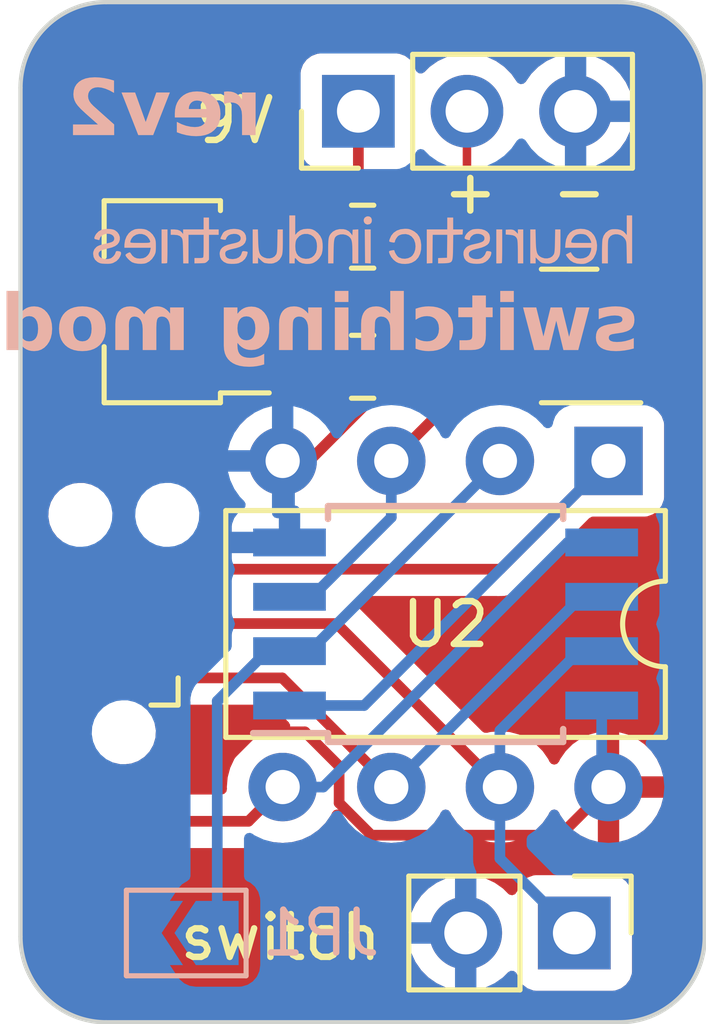
<source format=kicad_pcb>
(kicad_pcb (version 20221018) (generator pcbnew)
  (title_block (title "Switch Mod") (date "2023-07-05") (rev "1") (company "Heuristic Industries"))
  (layers (0 "F.Cu" signal) (31 "B.Cu" signal) (34 "B.Paste" user) (35 "F.Paste" user) (36 "B.SilkS" user "B.Silkscreen") (37 "F.SilkS" user "F.Silkscreen") (38 "B.Mask" user) (39 "F.Mask" user) (44 "Edge.Cuts" user))
  (net 0 "")
  (net 1 "+9V")
  (net 2 "GND")
  (net 3 "+5V")
  (net 4 "/miso")
  (net 5 "/sck")
  (net 6 "/mosi")
  (net 7 "/rst")
  (net 8 "/bypass")
  (net 9 "Net-(J3-Pin_2)")
  (net 10 "Net-(JP1-A)")
  (footprint "Connector_PinHeader_2.54mm:PinHeader_1x03_P2.54mm_Vertical" (layer "F.Cu") (at 147.15 90 90)
    (fp_text reference "J3" hide)
    (fp_text value "io_conn" hide)
    (fp_line (start -1.33 -1.33) (end 0 -1.33) (stroke (width 0.12)) (layer "F.SilkS"))
    (fp_line (start -1.33 0) (end -1.33 -1.33) (stroke (width 0.12)) (layer "F.SilkS"))
    (fp_line (start -1.33 1.27) (end -1.33 6.41) (stroke (width 0.12)) (layer "F.SilkS"))
    (fp_line (start -1.33 1.27) (end 1.33 1.27) (stroke (width 0.12)) (layer "F.SilkS"))
    (fp_line (start -1.33 6.41) (end 1.33 6.41) (stroke (width 0.12)) (layer "F.SilkS"))
    (fp_line (start 1.33 1.27) (end 1.33 6.41) (stroke (width 0.12)) (layer "F.SilkS"))
    (pad "1" thru_hole rect (at 0 0 90) (size 1.7 1.7) (drill 1) (layers "*.Cu" "*.Mask") (net 1 "+9V"))
    (pad "2" thru_hole oval (at 0 2.54 90) (size 1.7 1.7) (drill 1) (layers "*.Cu" "*.Mask") (net 9 "Net-(J3-Pin_2)"))
    (pad "3" thru_hole oval (at 0 5.08 90) (size 1.7 1.7) (drill 1) (layers "*.Cu" "*.Mask") (net 2 "GND"))
  )
  (footprint "Package_TO_SOT_SMD:SOT-23" (layer "F.Cu") (at 152.08 95.25 180)
    (fp_text reference "Q1" hide)
    (fp_text value "2N7002" hide)
    (fp_line (start 0 -1.56) (end -1.675 -1.56) (stroke (width 0.12)) (layer "F.SilkS"))
    (fp_line (start 0 -1.56) (end 0.65 -1.56) (stroke (width 0.12)) (layer "F.SilkS"))
    (fp_line (start 0 1.56) (end -0.65 1.56) (stroke (width 0.12)) (layer "F.SilkS"))
    (fp_line (start 0 1.56) (end 0.65 1.56) (stroke (width 0.12)) (layer "F.SilkS"))
    (pad "1" smd roundrect (at -0.9375 -0.95 180) (size 1.475 0.6) (layers "F.Cu" "F.Paste" "F.Mask") (net 8 "/bypass"))
    (pad "2" smd roundrect (at -0.9375 0.95 180) (size 1.475 0.6) (layers "F.Cu" "F.Paste" "F.Mask") (net 2 "GND"))
    (pad "3" smd roundrect (at 0.9375 0 180) (size 1.475 0.6) (layers "F.Cu" "F.Paste" "F.Mask") (net 9 "Net-(J3-Pin_2)"))
  )
  (footprint "Connector:Tag-Connect_TC2030-IDC-NL_2x03_P1.27mm_Vertical" (layer "F.Cu") (at 141.665 101.97 90)
    (fp_text reference "J1" hide)
    (fp_text value "isp" hide)
    (fp_line (start -1.905 1.27) (end -1.905 0.635) (stroke (width 0.12)) (layer "F.SilkS"))
    (fp_line (start -1.27 1.27) (end -1.905 1.27) (stroke (width 0.12)) (layer "F.SilkS"))
    (pad "" np_thru_hole circle (at -2.54 0 90) (size 0.9906 0.9906) (drill 0.9906) (layers "*.Cu" "*.Mask"))
    (pad "" np_thru_hole circle (at 2.54 -1.016 90) (size 0.9906 0.9906) (drill 0.9906) (layers "*.Cu" "*.Mask"))
    (pad "" np_thru_hole circle (at 2.54 1.016 90) (size 0.9906 0.9906) (drill 0.9906) (layers "*.Cu" "*.Mask"))
    (pad "1" connect circle (at -1.27 0.635 90) (size 0.7874 0.7874) (layers "F.Cu" "F.Mask") (net 4 "/miso"))
    (pad "2" connect circle (at -1.27 -0.635 90) (size 0.7874 0.7874) (layers "F.Cu" "F.Mask") (net 3 "+5V"))
    (pad "3" connect circle (at 0 0.635 90) (size 0.7874 0.7874) (layers "F.Cu" "F.Mask") (net 5 "/sck"))
    (pad "4" connect circle (at 0 -0.635 90) (size 0.7874 0.7874) (layers "F.Cu" "F.Mask") (net 6 "/mosi"))
    (pad "5" connect circle (at 1.27 0.635 90) (size 0.7874 0.7874) (layers "F.Cu" "F.Mask") (net 7 "/rst"))
    (pad "6" connect circle (at 1.27 -0.635 90) (size 0.7874 0.7874) (layers "F.Cu" "F.Mask") (net 2 "GND"))
    (zone (net 0) (net_name "") (layer "F.Cu") (connect_pads (clearance 0)) (min_thickness 0.254)
      (keepout (tracks allowed) (vias not_allowed) (pads allowed) (copperpour not_allowed) (footprints not_allowed))
      (fill (thermal_gap 0.508) (thermal_bridge_width 0.508))
      (polygon (pts (xy 141.03 100.7) (xy 141.03 103.24) (xy 142.3 103.24) (xy 142.3 100.7)))
    )
  )
  (footprint "Package_TO_SOT_SMD:SOT-89-3" (layer "F.Cu") (at 142.565 94.45 180)
    (fp_text reference "U1" hide)
    (fp_text value "L78L05_SOT89" hide)
    (fp_line (start -2.5 -2.13) (end -1.36 -2.13) (stroke (width 0.12)) (layer "F.SilkS"))
    (fp_line (start -1.36 -2.36) (end -1.36 -2.13) (stroke (width 0.12)) (layer "F.SilkS"))
    (fp_line (start -1.36 -2.36) (end 1.36 -2.36) (stroke (width 0.12)) (layer "F.SilkS"))
    (fp_line (start -1.36 2.36) (end -1.36 2.13) (stroke (width 0.12)) (layer "F.SilkS"))
    (fp_line (start 1.36 -2.36) (end 1.36 -1.05) (stroke (width 0.12)) (layer "F.SilkS"))
    (fp_line (start 1.36 1.05) (end 1.36 2.36) (stroke (width 0.12)) (layer "F.SilkS"))
    (fp_line (start 1.36 2.36) (end -1.36 2.36) (stroke (width 0.12)) (layer "F.SilkS"))
    (pad "1" smd rect (at -1.95 -1.5 180) (size 1.3 0.9) (layers "F.Cu" "F.Paste" "F.Mask") (net 3 "+5V"))
    (pad "2" smd custom (at -1.8625 0 180) (size 1.475 0.9) (layers "F.Cu" "F.Paste" "F.Mask") (net 2 "GND") (options (clearance outline) (anchor rect)) (primitives (gr_poly (pts (xy 3.8625 0.8665) (xy 0.7375 0.8665) (xy 0.7375 -0.8665) (xy 3.8625 -0.8665)) (width 0) (fill yes))))
    (pad "3" smd rect (at -1.95 1.5 180) (size 1.3 0.9) (layers "F.Cu" "F.Paste" "F.Mask") (net 1 "+9V"))
  )
  (footprint "Capacitor_SMD:C_0805_2012Metric" (layer "F.Cu") (at 147.25 95.97)
    (fp_text reference "C2" hide)
    (fp_text value "100n" hide)
    (fp_line (start -0.261252 -0.735) (end 0.261252 -0.735) (stroke (width 0.12)) (layer "F.SilkS"))
    (fp_line (start -0.261252 0.735) (end 0.261252 0.735) (stroke (width 0.12)) (layer "F.SilkS"))
    (pad "1" smd roundrect (at -0.95 0) (size 1 1.45) (layers "F.Cu" "F.Paste" "F.Mask") (net 3 "+5V"))
    (pad "2" smd roundrect (at 0.95 0) (size 1 1.45) (layers "F.Cu" "F.Paste" "F.Mask") (net 2 "GND"))
  )
  (footprint "Connector_PinHeader_2.54mm:PinHeader_1x02_P2.54mm_Vertical" (layer "F.Cu") (at 152.2 109.2 -90)
    (fp_text reference "J2" hide)
    (fp_text value "switch_conn" hide)
    (fp_line (start -1.33 -1.33) (end 0 -1.33) (stroke (width 0.12)) (layer "F.SilkS"))
    (fp_line (start -1.33 0) (end -1.33 -1.33) (stroke (width 0.12)) (layer "F.SilkS"))
    (fp_line (start -1.33 1.27) (end -1.33 3.87) (stroke (width 0.12)) (layer "F.SilkS"))
    (fp_line (start -1.33 1.27) (end 1.33 1.27) (stroke (width 0.12)) (layer "F.SilkS"))
    (fp_line (start -1.33 3.87) (end 1.33 3.87) (stroke (width 0.12)) (layer "F.SilkS"))
    (fp_line (start 1.33 1.27) (end 1.33 3.87) (stroke (width 0.12)) (layer "F.SilkS"))
    (pad "1" thru_hole rect (at 0 0 270) (size 1.7 1.7) (drill 1) (layers "*.Cu" "*.Mask") (net 5 "/sck"))
    (pad "2" thru_hole oval (at 0 2.54 270) (size 1.7 1.7) (drill 1) (layers "*.Cu" "*.Mask") (net 2 "GND"))
  )
  (footprint "kicad library:SOICxDIP" (layer "F.Cu") (at 149.19 101.98 180)
    (fp_text reference "U2" (at 0 -0.01) (layer "F.SilkS"))
    (fp_text value "ATtiny85-20S")
    (fp_line (start -2.75 -2.755) (end -2.75 -2.455) (stroke (width 0.15)) (layer "B.SilkS"))
    (fp_line (start -2.75 2.755) (end -2.75 2.455) (stroke (width 0.15)) (layer "B.SilkS"))
    (fp_line (start 2.75 -2.755) (end -2.75 -2.755) (stroke (width 0.15)) (layer "B.SilkS"))
    (fp_line (start 2.75 -2.755) (end 2.75 -2.55) (stroke (width 0.15)) (layer "B.SilkS"))
    (fp_line (start 2.75 -2.55) (end 4.5 -2.55) (stroke (width 0.15)) (layer "B.SilkS"))
    (fp_line (start 2.75 2.755) (end -2.75 2.755) (stroke (width 0.15)) (layer "B.SilkS"))
    (fp_line (start 2.75 2.755) (end 2.75 2.455) (stroke (width 0.15)) (layer "B.SilkS"))
    (fp_line (start -5.14 -2.65) (end -5.14 -1) (stroke (width 0.12)) (layer "F.SilkS"))
    (fp_line (start -5.14 1) (end -5.14 2.65) (stroke (width 0.12)) (layer "F.SilkS"))
    (fp_line (start -5.14 2.65) (end 5.14 2.65) (stroke (width 0.12)) (layer "F.SilkS"))
    (fp_line (start 5.14 -2.65) (end -5.14 -2.65) (stroke (width 0.12)) (layer "F.SilkS"))
    (fp_line (start 5.14 2.65) (end 5.14 -2.65) (stroke (width 0.12)) (layer "F.SilkS"))
    (fp_arc (start -5.14 -1) (mid -4.14 0) (end -5.14 1) (stroke (width 0.12)) (layer "F.SilkS"))
    (pad "1" thru_hole rect (at -3.81 3.81 270) (size 1.6 1.6) (drill 0.8) (layers "*.Cu" "*.Mask") (net 7 "/rst"))
    (pad "1" smd rect (at 3.65 -1.905 180) (size 1.7 0.65) (layers "B.Cu" "B.Paste" "B.Mask") (net 7 "/rst"))
    (pad "2" thru_hole oval (at -1.27 3.81 270) (size 1.6 1.6) (drill 0.8) (layers "*.Cu" "*.Mask") (net 10 "Net-(JP1-A)"))
    (pad "2" smd rect (at 3.65 -0.635 180) (size 1.7 0.65) (layers "B.Cu" "B.Paste" "B.Mask") (net 10 "Net-(JP1-A)"))
    (pad "3" thru_hole oval (at 1.27 3.81 270) (size 1.6 1.6) (drill 0.8) (layers "*.Cu" "*.Mask") (net 8 "/bypass"))
    (pad "3" smd rect (at 3.65 0.635 180) (size 1.7 0.65) (layers "B.Cu" "B.Paste" "B.Mask") (net 8 "/bypass"))
    (pad "4" smd rect (at 3.65 1.905 180) (size 1.7 0.65) (layers "B.Cu" "B.Paste" "B.Mask") (net 2 "GND"))
    (pad "4" thru_hole oval (at 3.81 3.81 270) (size 1.6 1.6) (drill 0.8) (layers "*.Cu" "*.Mask") (net 2 "GND"))
    (pad "5" smd rect (at -3.65 1.905 180) (size 1.7 0.65) (layers "B.Cu" "B.Paste" "B.Mask") (net 6 "/mosi"))
    (pad "5" thru_hole oval (at 3.81 -3.81 270) (size 1.6 1.6) (drill 0.8) (layers "*.Cu" "*.Mask") (net 6 "/mosi"))
    (pad "6" smd rect (at -3.65 0.635 180) (size 1.7 0.65) (layers "B.Cu" "B.Paste" "B.Mask") (net 4 "/miso"))
    (pad "6" thru_hole oval (at 1.27 -3.81 270) (size 1.6 1.6) (drill 0.8) (layers "*.Cu" "*.Mask") (net 4 "/miso"))
    (pad "7" smd rect (at -3.65 -0.635 180) (size 1.7 0.65) (layers "B.Cu" "B.Paste" "B.Mask") (net 5 "/sck"))
    (pad "7" thru_hole oval (at -1.27 -3.81 270) (size 1.6 1.6) (drill 0.8) (layers "*.Cu" "*.Mask") (net 5 "/sck"))
    (pad "8" thru_hole oval (at -3.81 -3.81 270) (size 1.6 1.6) (drill 0.8) (layers "*.Cu" "*.Mask") (net 3 "+5V"))
    (pad "8" smd rect (at -3.65 -1.905 180) (size 1.7 0.65) (layers "B.Cu" "B.Paste" "B.Mask") (net 3 "+5V"))
  )
  (footprint "Capacitor_SMD:C_0805_2012Metric" (layer "F.Cu") (at 147.25 92.93)
    (fp_text reference "C1" hide)
    (fp_text value "330n" hide)
    (fp_line (start -0.261252 -0.735) (end 0.261252 -0.735) (stroke (width 0.12)) (layer "F.SilkS"))
    (fp_line (start -0.261252 0.735) (end 0.261252 0.735) (stroke (width 0.12)) (layer "F.SilkS"))
    (pad "1" smd roundrect (at -0.95 0) (size 1 1.45) (layers "F.Cu" "F.Paste" "F.Mask") (net 1 "+9V"))
    (pad "2" smd roundrect (at 0.95 0) (size 1 1.45) (layers "F.Cu" "F.Paste" "F.Mask") (net 2 "GND"))
  )
  (footprint "Jumper:SolderJumper-2_P1.3mm_Open_TrianglePad1.0x1.5mm" (layer "B.Cu") (at 143.125 109.2 180)
    (fp_text reference "JP1" (at -3.15 0) (layer "B.SilkS") (effects (justify mirror)))
    (fp_text value "defaults_to_on" hide)
    (fp_line (start -1.4 -1) (end -1.4 1) (stroke (width 0.12)) (layer "B.SilkS"))
    (fp_line (start -1.4 1) (end 1.4 1) (stroke (width 0.12)) (layer "B.SilkS"))
    (fp_line (start 1.4 -1) (end -1.4 -1) (stroke (width 0.12)) (layer "B.SilkS"))
    (fp_line (start 1.4 1) (end 1.4 -1) (stroke (width 0.12)) (layer "B.SilkS"))
    (pad "1" smd custom (at -0.725 0 180) (size 0.3 0.3) (layers "B.Cu" "B.Mask") (net 10 "Net-(JP1-A)") (options (clearance outline) (anchor rect)) (primitives (gr_poly (pts (xy 1 0) (xy 0.5 -0.75) (xy -0.5 -0.75) (xy -0.5 0.75) (xy 0.5 0.75)) (width 0) (fill yes))))
    (pad "2" smd custom (at 0.725 0 180) (size 0.3 0.3) (layers "B.Cu" "B.Mask") (net 2 "GND") (options (clearance outline) (anchor rect)) (primitives (gr_poly (pts (xy 0.5 -0.75) (xy -0.65 -0.75) (xy -0.15 0) (xy -0.65 0.75) (xy 0.5 0.75)) (width 0) (fill yes))))
  )
  (footprint "LOGO" (layer "B.Cu") (at 147.249862 93 180)
    (fp_text reference "G***" hide)
    (fp_text value "LOGO" hide)
    (fp_poly (pts (xy -0.053394 -0.154417) (xy -0.056725 -0.548338) (xy -0.122903 -0.552148) (xy -0.189082 -0.555958) (xy -0.189082 -0.158227) (xy -0.189082 0.239504) (xy -0.119572 0.239504) (xy -0.050063 0.239504)) (fill solid) (layer "B.SilkS"))
    (fp_poly (pts (xy -3.126154 -0.157568) (xy -3.126154 -0.55464) (xy -3.18708 -0.55464) (xy -3.224423 -0.553032) (xy -3.250428 -0.548947) (xy -3.25641 -0.546237) (xy -3.258493 -0.531998) (xy -3.260387 -0.495677) (xy -3.262028 -0.440399) (xy -3.263348 -0.369294) (xy -3.264282 -0.285487) (xy -3.264763 -0.192107) (xy -3.264814 -0.149165) (xy -3.264814 0.239504) (xy -3.195484 0.239504) (xy -3.126154 0.239504)) (fill solid) (layer "B.SilkS"))
    (fp_poly (pts (xy -0.088444 0.540217) (xy -0.049794 0.516097) (xy -0.028784 0.481134) (xy -0.02438 0.441424) (xy -0.035546 0.403061) (xy -0.061247 0.372139) (xy -0.100449 0.354753) (xy -0.120243 0.352953) (xy -0.164584 0.362018) (xy -0.189082 0.378164) (xy -0.209493 0.406268) (xy -0.216241 0.441029) (xy -0.214514 0.472705) (xy -0.199252 0.512343) (xy -0.167118 0.538092) (xy -0.124073 0.546762)) (fill solid) (layer "B.SilkS"))
    (fp_poly (pts (xy 4.701836 -0.157568) (xy 4.701836 -0.55464) (xy 4.64091 -0.55464) (xy 4.603567 -0.553032) (xy 4.577562 -0.548947) (xy 4.57158 -0.546237) (xy 4.569497 -0.531998) (xy 4.567603 -0.495677) (xy 4.565962 -0.440399) (xy 4.564642 -0.369294) (xy 4.563708 -0.285487) (xy 4.563227 -0.192107) (xy 4.563176 -0.149165) (xy 4.563176 0.239504) (xy 4.632506 0.239504) (xy 4.701836 0.239504)) (fill solid) (layer "B.SilkS"))
    (fp_poly (pts (xy -3.630372 0.188184) (xy -3.630372 0.136865) (xy -3.588728 0.18102) (xy -3.553816 0.212648) (xy -3.517781 0.230768) (xy -3.472649 0.23796) (xy -3.415406 0.237097) (xy -3.346749 0.233201) (xy -3.346749 0.176476) (xy -3.346749 0.119752) (xy -3.437272 0.113449) (xy -3.509036 0.10307) (xy -3.56062 0.08213) (xy -3.595577 0.048577) (xy -3.613904 0.011425) (xy -3.619883 -0.019838) (xy -3.624513 -0.074812) (xy -3.627718 -0.152031) (xy -3.629421 -0.250028) (xy -3.629661 -0.293077) (xy -3.630372 -0.55464) (xy -3.693399 -0.55464) (xy -3.756427 -0.55464) (xy -3.756427 -0.157568) (xy -3.756427 0.239504) (xy -3.693399 0.239504) (xy -3.630372 0.239504)) (fill solid) (layer "B.SilkS"))
    (fp_poly (pts (xy -1.979057 0.378164) (xy -1.979057 0.239504) (xy -1.739553 0.239504) (xy -1.50005 0.239504) (xy -1.50005 -0.158227) (xy -1.50005 -0.555958) (xy -1.566228 -0.552148) (xy -1.632407 -0.548338) (xy -1.635768 -0.217444) (xy -1.639128 0.113449) (xy -1.809343 0.113449) (xy -1.979558 0.113449) (xy -1.976156 -0.154417) (xy -1.972754 -0.422283) (xy -1.868759 -0.425944) (xy -1.764764 -0.429605) (xy -1.764764 -0.492123) (xy -1.764764 -0.55464) (xy -1.875062 -0.553503) (xy -1.930653 -0.551667) (xy -1.981193 -0.547788) (xy -2.017908 -0.542602) (xy -2.024866 -0.540916) (xy -2.050487 -0.532016) (xy -2.070526 -0.51993) (xy -2.085724 -0.501664) (xy -2.096819 -0.474224) (xy -2.104553 -0.434614) (xy -2.109665 -0.37984) (xy -2.112896 -0.306907) (xy -2.114986 -0.212821) (xy -2.115592 -0.173801) (xy -2.11977 0.112497) (xy -2.229041 0.116125) (xy -2.338313 0.119752) (xy -2.342155 0.179628) (xy -2.345997 0.239504) (xy -2.231857 0.239504) (xy -2.117717 0.239504) (xy -2.117717 0.378164) (xy -2.117717 0.516824) (xy -2.048387 0.516824) (xy -1.979057 0.516824)) (fill solid) (layer "B.SilkS"))
    (fp_poly (pts (xy -4.497879 -0.028362) (xy -4.495828 -0.121011) (xy -4.493433 -0.192112) (xy -4.490371 -0.245333) (xy -4.486317 -0.284336) (xy -4.480947 -0.312787) (xy -4.473939 -0.334351) (xy -4.470088 -0.342942) (xy -4.434332 -0.389466) (xy -4.382591 -0.421537) (xy -4.320517 -0.437643) (xy -4.253761 -0.436273) (xy -4.191315 -0.417484) (xy -4.15064 -0.396023) (xy -4.118705 -0.371192) (xy -4.094395 -0.339747) (xy -4.076597 -0.298448) (xy -4.064195 -0.244053) (xy -4.056075 -0.173319) (xy -4.051123 -0.083005) (xy -4.048875 -0.003152) (xy -4.043678 0.239504) (xy -3.981988 0.239504) (xy -3.920298 0.239504) (xy -3.920298 -0.157568) (xy -3.920298 -0.55464) (xy -3.983325 -0.55464) (xy -4.046352 -0.55464) (xy -4.046352 -0.48447) (xy -4.046352 -0.4143) (xy -4.107097 -0.476665) (xy -4.147261 -0.513055) (xy -4.184258 -0.538001) (xy -4.20479 -0.546024) (xy -4.292492 -0.558455) (xy -4.36352 -0.558777) (xy -4.413121 -0.550071) (xy -4.489981 -0.517031) (xy -4.551007 -0.464714) (xy -4.594772 -0.394529) (xy -4.608726 -0.356596) (xy -4.615481 -0.324288) (xy -4.62047 -0.276727) (xy -4.623828 -0.211365) (xy -4.625691 -0.125653) (xy -4.626203 -0.02951) (xy -4.626203 0.239504) (xy -4.564584 0.239504) (xy -4.502965 0.239504)) (fill solid) (layer "B.SilkS"))
    (fp_poly (pts (xy 1.993854 -0.028362) (xy 1.995753 -0.120683) (xy 1.998007 -0.191475) (xy 2.000938 -0.244421) (xy 2.00487 -0.283203) (xy 2.010127 -0.311503) (xy 2.017032 -0.333004) (xy 2.021491 -0.342942) (xy 2.057557 -0.389567) (xy 2.109551 -0.421654) (xy 2.171819 -0.437691) (xy 2.238705 -0.436167) (xy 2.300496 -0.417484) (xy 2.340946 -0.396145) (xy 2.372721 -0.371443) (xy 2.396936 -0.340139) (xy 2.414701 -0.298995) (xy 2.427131 -0.244773) (xy 2.435337 -0.174236) (xy 2.440432 -0.084144) (xy 2.44285 -0.003152) (xy 2.448447 0.239504) (xy 2.50998 0.239504) (xy 2.571514 0.239504) (xy 2.571514 -0.157568) (xy 2.571514 -0.55464) (xy 2.508486 -0.55464) (xy 2.445459 -0.55464) (xy 2.445459 -0.48447) (xy 2.445459 -0.4143) (xy 2.384714 -0.476665) (xy 2.344551 -0.513055) (xy 2.307554 -0.538001) (xy 2.287022 -0.546024) (xy 2.19932 -0.558455) (xy 2.128292 -0.558777) (xy 2.07869 -0.550071) (xy 2.001831 -0.517031) (xy 1.940805 -0.464714) (xy 1.897039 -0.394529) (xy 1.883085 -0.356596) (xy 1.87633 -0.324288) (xy 1.871342 -0.276727) (xy 1.867984 -0.211365) (xy 1.86612 -0.125653) (xy 1.865608 -0.02951) (xy 1.865608 0.239504) (xy 1.927381 0.239504) (xy 1.989155 0.239504)) (fill solid) (layer "B.SilkS"))
    (fp_poly (pts (xy 0.625468 0.227122) (xy 0.697134 0.187003) (xy 0.74072 0.144619) (xy 0.760813 0.118022) (xy 0.77641 0.090527) (xy 0.788069 0.058594) (xy 0.796344 0.018681) (xy 0.801793 -0.032751) (xy 0.804972 -0.099243) (xy 0.806436 -0.184335) (xy 0.806749 -0.275631) (xy 0.806749 -0.55464) (xy 0.744603 -0.55464) (xy 0.682458 -0.55464) (xy 0.678425 -0.280472) (xy 0.67644 -0.178489) (xy 0.673282 -0.098462) (xy 0.668115 -0.037135) (xy 0.660102 0.008744) (xy 0.648407 0.042431) (xy 0.632194 0.067177) (xy 0.610626 0.086239) (xy 0.582866 0.102868) (xy 0.579422 0.104676) (xy 0.52121 0.122619) (xy 0.454328 0.124375) (xy 0.388667 0.110825) (xy 0.334186 0.082898) (xy 0.304678 0.058163) (xy 0.281994 0.032206) (xy 0.265254 0.001395) (xy 0.253573 -0.037902) (xy 0.24607 -0.089319) (xy 0.241862 -0.156486) (xy 0.240067 -0.243035) (xy 0.239781 -0.305683) (xy 0.239504 -0.55464) (xy 0.170174 -0.55464) (xy 0.100844 -0.55464) (xy 0.100844 -0.15691) (xy 0.100844 0.240821) (xy 0.167022 0.237011) (xy 0.233201 0.233201) (xy 0.23704 0.166179) (xy 0.24088 0.099157) (xy 0.268854 0.140668) (xy 0.320483 0.196315) (xy 0.386933 0.231721) (xy 0.446062 0.245082) (xy 0.541112 0.246709)) (fill solid) (layer "B.SilkS"))
    (fp_poly (pts (xy -6.176535 0.337196) (xy -6.176395 0.107146) (xy -6.143834 0.148463) (xy -6.095198 0.196426) (xy -6.036354 0.227273) (xy -5.962841 0.242823) (xy -5.905658 0.245588) (xy -5.85055 0.244479) (xy -5.811482 0.239578) (xy -5.779349 0.228951) (xy -5.747205 0.211938) (xy -5.681514 0.15931) (xy -5.634816 0.090724) (xy -5.609626 0.013642) (xy -5.605607 -0.020267) (xy -5.602104 -0.074111) (xy -5.599332 -0.142617) (xy -5.597501 -0.220511) (xy -5.596824 -0.302519) (xy -5.596824 -0.304252) (xy -5.596824 -0.55464) (xy -5.666154 -0.55464) (xy -5.735484 -0.55464) (xy -5.735484 -0.283121) (xy -5.735678 -0.19199) (xy -5.736451 -0.122333) (xy -5.738092 -0.070413) (xy -5.740886 -0.032495) (xy -5.745122 -0.004844) (xy -5.751086 0.016277) (xy -5.759066 0.034604) (xy -5.760066 0.036584) (xy -5.796588 0.083054) (xy -5.846857 0.112939) (xy -5.905894 0.12653) (xy -5.968719 0.12412) (xy -6.030351 0.105999) (xy -6.08581 0.072462) (xy -6.130116 0.023798) (xy -6.135885 0.014546) (xy -6.147557 -0.006002) (xy -6.156312 -0.025076) (xy -6.162643 -0.046672) (xy -6.167042 -0.074784) (xy -6.170004 -0.113407) (xy -6.172021 -0.166535) (xy -6.173587 -0.238165) (xy -6.174644 -0.29938) (xy -6.178916 -0.55464) (xy -6.240823 -0.55464) (xy -6.302729 -0.55464) (xy -6.302729 0.006303) (xy -6.302729 0.567245) (xy -6.239702 0.567245) (xy -6.176675 0.567245)) (fill solid) (layer "B.SilkS"))
    (fp_poly (pts (xy 3.71861 0.378164) (xy 3.71861 0.239504) (xy 3.958114 0.239504) (xy 4.197618 0.239504) (xy 4.198017 0.18593) (xy 4.198417 0.132357) (xy 4.225413 0.168578) (xy 4.268059 0.207756) (xy 4.32688 0.231091) (xy 4.404168 0.239455) (xy 4.411506 0.239504) (xy 4.487543 0.239504) (xy 4.487543 0.176476) (xy 4.487543 0.113449) (xy 4.411506 0.113449) (xy 4.333835 0.106653) (xy 4.275899 0.085805) (xy 4.236053 0.05021) (xy 4.22689 0.035658) (xy 4.219154 0.01845) (xy 4.213196 -0.00347) (xy 4.20871 -0.033674) (xy 4.205388 -0.075735) (xy 4.202924 -0.133225) (xy 4.201013 -0.209716) (xy 4.199776 -0.280472) (xy 4.195487 -0.55464) (xy 4.133525 -0.55464) (xy 4.071563 -0.55464) (xy 4.071563 -0.220596) (xy 4.071563 0.113449) (xy 3.895087 0.113449) (xy 3.71861 0.113449) (xy 3.71861 -0.137629) (xy 3.718982 -0.215703) (xy 3.720017 -0.28592) (xy 3.721597 -0.344088) (xy 3.723605 -0.386015) (xy 3.725921 -0.407509) (xy 3.726262 -0.408647) (xy 3.735519 -0.41909) (xy 3.756685 -0.425271) (xy 3.794676 -0.428104) (xy 3.833408 -0.428586) (xy 3.932903 -0.428586) (xy 3.932903 -0.491613) (xy 3.932903 -0.55464) (xy 3.828908 -0.552752) (xy 3.77551 -0.551231) (xy 3.727958 -0.548906) (xy 3.695002 -0.546229) (xy 3.690701 -0.545655) (xy 3.660041 -0.532661) (xy 3.628985 -0.507459) (xy 3.624522 -0.502458) (xy 3.592556 -0.464468) (xy 3.592556 -0.175509) (xy 3.592556 0.113449) (xy 3.479107 0.113449) (xy 3.365658 0.113449) (xy 3.365658 0.176476) (xy 3.365658 0.239504) (xy 3.479107 0.239504) (xy 3.592556 0.239504) (xy 3.592556 0.378164) (xy 3.592556 0.516824) (xy 3.655583 0.516824) (xy 3.71861 0.516824)) (fill solid) (layer "B.SilkS"))
    (fp_poly (pts (xy -0.885582 0.243588) (xy -0.797753 0.212264) (xy -0.724854 0.161886) (xy -0.668477 0.093632) (xy -0.630214 0.008684) (xy -0.62379 -0.014511) (xy -0.620717 -0.034844) (xy -0.628049 -0.046791) (xy -0.651292 -0.055232) (xy -0.676071 -0.060837) (xy -0.719689 -0.068362) (xy -0.744284 -0.066733) (xy -0.75478 -0.054688) (xy -0.756375 -0.040224) (xy -0.76436 -0.011339) (xy -0.784496 0.026361) (xy -0.811194 0.063776) (xy -0.836101 0.089593) (xy -0.864716 0.105613) (xy -0.905875 0.120214) (xy -0.926501 0.12529) (xy -1.00777 0.130885) (xy -1.081013 0.113737) (xy -1.143461 0.07513) (xy -1.192348 0.016348) (xy -1.202932 -0.002954) (xy -1.228678 -0.077217) (xy -1.236904 -0.156374) (xy -1.22866 -0.234815) (xy -1.204992 -0.306928) (xy -1.166951 -0.367101) (xy -1.128399 -0.401852) (xy -1.062844 -0.432907) (xy -0.989906 -0.44567) (xy -0.916995 -0.440055) (xy -0.85152 -0.415975) (xy -0.834619 -0.405268) (xy -0.807649 -0.378594) (xy -0.780069 -0.339984) (xy -0.757287 -0.298448) (xy -0.744712 -0.262994) (xy -0.743722 -0.253861) (xy -0.735278 -0.244474) (xy -0.707718 -0.245158) (xy -0.696452 -0.247028) (xy -0.649818 -0.25619) (xy -0.624271 -0.26583) (xy -0.616163 -0.281299) (xy -0.621846 -0.307948) (xy -0.633361 -0.339559) (xy -0.66986 -0.408686) (xy -0.722445 -0.471166) (xy -0.784623 -0.520434) (xy -0.837801 -0.54623) (xy -0.913015 -0.563256) (xy -0.995346 -0.567818) (xy -1.075457 -0.560204) (xy -1.144009 -0.540706) (xy -1.153399 -0.536445) (xy -1.194264 -0.514804) (xy -1.229297 -0.493145) (xy -1.242828 -0.482995) (xy -1.303302 -0.414134) (xy -1.345254 -0.329403) (xy -1.367996 -0.230752) (xy -1.370856 -0.120404) (xy -1.356538 -0.018263) (xy -1.326635 0.065506) (xy -1.279561 0.133497) (xy -1.213732 0.188303) (xy -1.165666 0.2154) (xy -1.118383 0.23685) (xy -1.078628 0.24885) (xy -1.034906 0.253923) (xy -0.986749 0.254676)) (fill solid) (layer "B.SilkS"))
    (fp_poly (pts (xy 1.714342 0.006303) (xy 1.714342 -0.55464) (xy 1.651315 -0.55464) (xy 1.588288 -0.55464) (xy 1.588288 -0.491613) (xy 1.586587 -0.455653) (xy 1.582237 -0.432833) (xy 1.578834 -0.428586) (xy 1.565869 -0.437583) (xy 1.544486 -0.460194) (xy 1.535301 -0.471297) (xy 1.482099 -0.520854) (xy 1.415067 -0.552144) (xy 1.331802 -0.566134) (xy 1.297534 -0.567123) (xy 1.233918 -0.564216) (xy 1.18366 -0.554257) (xy 1.140314 -0.537426) (xy 1.073157 -0.494227) (xy 1.01373 -0.433825) (xy 0.968937 -0.364015) (xy 0.953831 -0.326927) (xy 0.939574 -0.260107) (xy 0.933383 -0.179934) (xy 0.933907 -0.15676) (xy 1.067487 -0.15676) (xy 1.073451 -0.232844) (xy 1.090742 -0.298268) (xy 1.093129 -0.303898) (xy 1.133934 -0.367328) (xy 1.189961 -0.41339) (xy 1.256972 -0.440741) (xy 1.330726 -0.448039) (xy 1.406983 -0.43394) (xy 1.448607 -0.416501) (xy 1.505523 -0.375593) (xy 1.545043 -0.319139) (xy 1.567718 -0.245841) (xy 1.574101 -0.154401) (xy 1.572961 -0.123929) (xy 1.568381 -0.068734) (xy 1.560657 -0.029852) (xy 1.547296 0.001607) (xy 1.530295 0.028228) (xy 1.478837 0.084881) (xy 1.417674 0.119719) (xy 1.360164 0.133616) (xy 1.282003 0.132851) (xy 1.210018 0.110361) (xy 1.148719 0.068642) (xy 1.10262 0.010194) (xy 1.090012 -0.015917) (xy 1.072969 -0.080842) (xy 1.067487 -0.15676) (xy 0.933907 -0.15676) (xy 0.935258 -0.096943) (xy 0.945199 -0.021667) (xy 0.953831 0.011791) (xy 0.988642 0.083829) (xy 1.04216 0.150653) (xy 1.107969 0.204938) (xy 1.138433 0.222593) (xy 1.183112 0.241804) (xy 1.227621 0.251743) (xy 1.283718 0.254875) (xy 1.292572 0.25491) (xy 1.382591 0.246751) (xy 1.456384 0.221389) (xy 1.517309 0.177498) (xy 1.534715 0.159232) (xy 1.575682 0.112572) (xy 1.575682 0.339909) (xy 1.575682 0.567245) (xy 1.645012 0.567245) (xy 1.714342 0.567245)) (fill solid) (layer "B.SilkS"))
    (fp_poly (pts (xy -4.997879 0.2434) (xy -4.913788 0.212229) (xy -4.845206 0.161717) (xy -4.793126 0.092832) (xy -4.758541 0.006544) (xy -4.742809 -0.090474) (xy -4.73605 -0.189082) (xy -5.040382 -0.189082) (xy -5.344715 -0.189082) (xy -5.344715 -0.221001) (xy -5.337521 -0.2631) (xy -5.319309 -0.312186) (xy -5.295131 -0.35582) (xy -5.284358 -0.36959) (xy -5.231488 -0.409865) (xy -5.161897 -0.43414) (xy -5.089956 -0.441144) (xy -5.018689 -0.434281) (xy -4.963518 -0.411797) (xy -4.918724 -0.370709) (xy -4.897425 -0.340672) (xy -4.865223 -0.28966) (xy -4.811892 -0.316553) (xy -4.779711 -0.333073) (xy -4.758557 -0.344482) (xy -4.754499 -0.347009) (xy -4.75682 -0.360128) (xy -4.771971 -0.385883) (xy -4.795608 -0.418453) (xy -4.823384 -0.45202) (xy -4.850956 -0.480763) (xy -4.860972 -0.48962) (xy -4.930355 -0.533212) (xy -5.012258 -0.558728) (xy -5.110161 -0.567242) (xy -5.112658 -0.567246) (xy -5.167486 -0.56539) (xy -5.209921 -0.557787) (xy -5.252638 -0.541382) (xy -5.283737 -0.52601) (xy -5.340857 -0.491569) (xy -5.382401 -0.453203) (xy -5.404473 -0.423918) (xy -5.450646 -0.334018) (xy -5.476751 -0.235275) (xy -5.482769 -0.132946) (xy -5.474747 -0.075633) (xy -5.347448 -0.075633) (xy -5.11288 -0.075633) (xy -5.030725 -0.075543) (xy -4.970408 -0.075016) (xy -4.928556 -0.07367) (xy -4.901799 -0.071122) (xy -4.886762 -0.066988) (xy -4.880073 -0.060886) (xy -4.878361 -0.052432) (xy -4.878313 -0.048987) (xy -4.887671 -0.009824) (xy -4.911914 0.035033) (xy -4.945295 0.076788) (xy -4.978676 0.104618) (xy -5.029615 0.124706) (xy -5.092503 0.133208) (xy -5.157107 0.130013) (xy -5.213195 0.115015) (xy -5.2284 0.107271) (xy -5.272603 0.070412) (xy -5.311356 0.020255) (xy -5.336574 -0.032362) (xy -5.338982 -0.040968) (xy -5.347448 -0.075633) (xy -5.474747 -0.075633) (xy -5.468681 -0.03229) (xy -5.434469 0.061435) (xy -5.406393 0.109106) (xy -5.348231 0.174854) (xy -5.277322 0.220411) (xy -5.191931 0.246592) (xy -5.096483 0.25426)) (fill solid) (layer "B.SilkS"))
    (fp_poly (pts (xy 3.095575 0.244583) (xy 3.166831 0.224363) (xy 3.225632 0.193787) (xy 3.254878 0.168348) (xy 3.269709 0.146859) (xy 3.287716 0.114464) (xy 3.305443 0.078412) (xy 3.319433 0.04595) (xy 3.326229 0.024326) (xy 3.325743 0.019748) (xy 3.308549 0.012728) (xy 3.278656 0.005257) (xy 3.245282 -0.000955) (xy 3.217644 -0.004198) (xy 3.204959 -0.002763) (xy 3.204917 -0.002663) (xy 3.175861 0.058491) (xy 3.13682 0.099835) (xy 3.083466 0.12448) (xy 3.012705 0.135458) (xy 2.951023 0.13168) (xy 2.901391 0.113448) (xy 2.866942 0.083665) (xy 2.850809 0.04523) (xy 2.856123 0.001046) (xy 2.859293 -0.006626) (xy 2.877233 -0.032058) (xy 2.90777 -0.052894) (xy 2.954664 -0.070844) (xy 3.021673 -0.087614) (xy 3.050521 -0.093511) (xy 3.151623 -0.118323) (xy 3.229601 -0.149246) (xy 3.286086 -0.187606) (xy 3.322706 -0.234728) (xy 3.341091 -0.291937) (xy 3.344048 -0.332285) (xy 3.332903 -0.407693) (xy 3.300098 -0.470686) (xy 3.246581 -0.520003) (xy 3.177846 -0.5529) (xy 3.133003 -0.561841) (xy 3.073086 -0.565923) (xy 3.007732 -0.565279) (xy 2.94658 -0.560038) (xy 2.899266 -0.550333) (xy 2.895449 -0.549044) (xy 2.814061 -0.508429) (xy 2.751954 -0.4517) (xy 2.709479 -0.379252) (xy 2.6917 -0.319819) (xy 2.688124 -0.295577) (xy 2.694263 -0.282785) (xy 2.715873 -0.275834) (xy 2.740985 -0.271782) (xy 2.783539 -0.267218) (xy 2.808061 -0.271645) (xy 2.821012 -0.288073) (xy 2.827419 -0.312058) (xy 2.850718 -0.368369) (xy 2.893971 -0.411841) (xy 2.954501 -0.440752) (xy 3.029633 -0.453376) (xy 3.047411 -0.453797) (xy 3.119084 -0.446324) (xy 3.170467 -0.423912) (xy 3.201548 -0.386567) (xy 3.21189 -0.344637) (xy 3.21253 -0.315359) (xy 3.207621 -0.292104) (xy 3.19418 -0.273144) (xy 3.169223 -0.256749) (xy 3.129768 -0.241191) (xy 3.07283 -0.22474) (xy 2.995428 -0.205667) (xy 2.9563 -0.196505) (xy 2.865027 -0.167065) (xy 2.796297 -0.126375) (xy 2.750075 -0.074401) (xy 2.726324 -0.011109) (xy 2.722826 0.028988) (xy 2.732009 0.098421) (xy 2.761374 0.155381) (xy 2.798351 0.193399) (xy 2.845697 0.223817) (xy 2.90398 0.242577) (xy 2.978452 0.251071) (xy 3.019007 0.251916)) (fill solid) (layer "B.SilkS"))
    (fp_poly (pts (xy 5.310117 0.245816) (xy 5.331012 0.240534) (xy 5.407392 0.204702) (xy 5.471416 0.148903) (xy 5.521217 0.076095) (xy 5.554925 -0.010764) (xy 5.570671 -0.108715) (xy 5.571613 -0.140381) (xy 5.571613 -0.189082) (xy 5.263094 -0.189082) (xy 4.954576 -0.189082) (xy 4.962438 -0.23005) (xy 4.975474 -0.283115) (xy 4.99407 -0.323614) (xy 5.024059 -0.36419) (xy 5.024598 -0.364832) (xy 5.072536 -0.407696) (xy 5.131157 -0.432462) (xy 5.205405 -0.441132) (xy 5.213199 -0.441191) (xy 5.282489 -0.434451) (xy 5.338388 -0.412139) (xy 5.385926 -0.371119) (xy 5.430132 -0.308254) (xy 5.432303 -0.304554) (xy 5.442938 -0.296187) (xy 5.462712 -0.299713) (xy 5.49427 -0.314264) (xy 5.525345 -0.333593) (xy 5.543998 -0.351905) (xy 5.546402 -0.35838) (xy 5.537031 -0.384511) (xy 5.512423 -0.419662) (xy 5.477835 -0.45817) (xy 5.438522 -0.494369) (xy 5.399741 -0.522597) (xy 5.387792 -0.529281) (xy 5.328802 -0.549871) (xy 5.255608 -0.562058) (xy 5.177958 -0.565301) (xy 5.105603 -0.55906) (xy 5.059647 -0.547458) (xy 4.988608 -0.509131) (xy 4.925166 -0.451232) (xy 4.875247 -0.379346) (xy 4.869627 -0.368385) (xy 4.853711 -0.333769) (xy 4.843411 -0.303045) (xy 4.837527 -0.269067) (xy 4.834857 -0.224686) (xy 4.834199 -0.162753) (xy 4.834198 -0.157568) (xy 4.834972 -0.09181) (xy 4.837981 -0.044119) (xy 4.838775 -0.039478) (xy 4.968051 -0.039478) (xy 4.96846 -0.055299) (xy 4.980709 -0.065673) (xy 5.007483 -0.071746) (xy 5.051466 -0.074666) (xy 5.115345 -0.07558) (xy 5.199752 -0.075633) (xy 5.282811 -0.07539) (xy 5.343881 -0.074483) (xy 5.386181 -0.072646) (xy 5.41293 -0.069611) (xy 5.427348 -0.065113) (xy 5.432653 -0.058885) (xy 5.432953 -0.05632) (xy 5.423783 -0.015137) (xy 5.400043 0.030761) (xy 5.367384 0.071034) (xy 5.359354 0.078289) (xy 5.29677 0.116338) (xy 5.228045 0.133778) (xy 5.158253 0.131511) (xy 5.092472 0.110437) (xy 5.035776 0.071456) (xy 4.993242 0.015471) (xy 4.992011 0.013093) (xy 4.976796 -0.017063) (xy 4.968051 -0.039478) (xy 4.838775 -0.039478) (xy 4.844264 -0.007379) (xy 4.854858 0.025526) (xy 4.864067 0.047165) (xy 4.909962 0.120357) (xy 4.974429 0.183131) (xy 5.051206 0.229399) (xy 5.051928 0.229719) (xy 5.105766 0.245336) (xy 5.173567 0.253489) (xy 5.245097 0.253781)) (fill solid) (layer "B.SilkS"))
    (fp_poly (pts (xy 6.036549 0.246883) (xy 6.096645 0.234643) (xy 6.10243 0.232711) (xy 6.173229 0.194723) (xy 6.229886 0.13667) (xy 6.253462 0.098194) (xy 6.272182 0.056014) (xy 6.275058 0.029494) (xy 6.261577 0.01428) (xy 6.242854 0.008182) (xy 6.205412 -0.000698) (xy 6.179826 -0.00747) (xy 6.158182 -0.009401) (xy 6.151578 0.005512) (xy 6.151464 0.010168) (xy 6.143636 0.036292) (xy 6.124326 0.067843) (xy 6.119538 0.073824) (xy 6.077238 0.10955) (xy 6.026234 0.130934) (xy 5.97141 0.138771) (xy 5.917651 0.133858) (xy 5.86984 0.116992) (xy 5.832862 0.088971) (xy 5.811601 0.050589) (xy 5.808416 0.023078) (xy 5.814939 -0.010864) (xy 5.83464 -0.036878) (xy 5.871015 -0.057398) (xy 5.927562 -0.074858) (xy 5.959692 -0.082188) (xy 6.046606 -0.101616) (xy 6.112591 -0.118815) (xy 6.161673 -0.135137) (xy 6.197877 -0.151932) (xy 6.225231 -0.170552) (xy 6.226711 -0.171784) (xy 6.274076 -0.224503) (xy 6.298297 -0.284927) (xy 6.302453 -0.330267) (xy 6.290984 -0.405891) (xy 6.258003 -0.469093) (xy 6.204402 -0.518276) (xy 6.193979 -0.524733) (xy 6.161509 -0.542039) (xy 6.130651 -0.553037) (xy 6.093629 -0.559413) (xy 6.042667 -0.56285) (xy 6.013193 -0.563884) (xy 5.948277 -0.564532) (xy 5.900331 -0.561275) (xy 5.861288 -0.55317) (xy 5.831205 -0.542629) (xy 5.756361 -0.501212) (xy 5.70008 -0.443713) (xy 5.672425 -0.397006) (xy 5.651096 -0.34315) (xy 5.647754 -0.305396) (xy 5.6626 -0.281981) (xy 5.686638 -0.272593) (xy 5.731288 -0.265558) (xy 5.757671 -0.267927) (xy 5.77155 -0.281493) (xy 5.77736 -0.300771) (xy 5.79618 -0.345276) (xy 5.830856 -0.389728) (xy 5.873646 -0.425206) (xy 5.89521 -0.436603) (xy 5.954049 -0.452154) (xy 6.016035 -0.453641) (xy 6.074927 -0.442487) (xy 6.124485 -0.420116) (xy 6.158468 -0.38795) (xy 6.165387 -0.374983) (xy 6.175655 -0.332999) (xy 6.167554 -0.297779) (xy 6.139607 -0.268109) (xy 6.090335 -0.242771) (xy 6.018259 -0.22055) (xy 5.962382 -0.20799) (xy 5.864262 -0.182864) (xy 5.788771 -0.151243) (xy 5.733827 -0.111622) (xy 5.697346 -0.062496) (xy 5.677246 -0.00236) (xy 5.677165 -0.001936) (xy 5.677191 0.061677) (xy 5.698577 0.123408) (xy 5.737734 0.177749) (xy 5.791073 0.219194) (xy 5.832853 0.236973) (xy 5.893342 0.248227) (xy 5.965011 0.25147)) (fill solid) (layer "B.SilkS"))
    (fp_poly (pts (xy -2.651453 0.250046) (xy -2.600866 0.244921) (xy -2.56747 0.238594) (xy -2.517349 0.215769) (xy -2.468471 0.178428) (xy -2.426166 0.132481) (xy -2.395766 0.08384) (xy -2.3826 0.038414) (xy -2.382432 0.033415) (xy -2.393993 0.019068) (xy -2.424786 0.005372) (xy -2.438436 0.001496) (xy -2.47792 -0.00817) (xy -2.498817 -0.011084) (xy -2.507037 -0.006451) (xy -2.508488 0.006523) (xy -2.508486 0.010905) (xy -2.518936 0.043906) (xy -2.545846 0.079333) (xy -2.582562 0.109553) (xy -2.604739 0.121279) (xy -2.659586 0.135567) (xy -2.71634 0.136115) (xy -2.769212 0.124583) (xy -2.812412 0.102633) (xy -2.840151 0.071925) (xy -2.846727 0.051858) (xy -2.8481 0.014926) (xy -2.838524 -0.014675) (xy -2.815223 -0.038852) (xy -2.775424 -0.059512) (xy -2.716353 -0.078562) (xy -2.635234 -0.097908) (xy -2.625874 -0.099917) (xy -2.551254 -0.117477) (xy -2.496227 -0.135085) (xy -2.455298 -0.15526) (xy -2.422973 -0.180523) (xy -2.402838 -0.202206) (xy -2.373824 -0.244614) (xy -2.359837 -0.289257) (xy -2.358432 -0.345394) (xy -2.35998 -0.364632) (xy -2.378046 -0.434479) (xy -2.417428 -0.490893) (xy -2.474883 -0.532048) (xy -2.525115 -0.549439) (xy -2.59137 -0.560451) (xy -2.665181 -0.564699) (xy -2.738082 -0.5618) (xy -2.801608 -0.551369) (xy -2.815175 -0.547494) (xy -2.874481 -0.51851) (xy -2.929575 -0.473823) (xy -2.97335 -0.42035) (xy -2.997202 -0.370399) (xy -3.009217 -0.324587) (xy -3.010544 -0.296735) (xy -2.999853 -0.281392) (xy -2.975813 -0.273106) (xy -2.973313 -0.272593) (xy -2.928346 -0.265496) (xy -2.90156 -0.267882) (xy -2.887086 -0.281657) (xy -2.880281 -0.302833) (xy -2.85912 -0.351513) (xy -2.821589 -0.397464) (xy -2.775672 -0.431443) (xy -2.76474 -0.436603) (xy -2.707586 -0.45186) (xy -2.646664 -0.454058) (xy -2.588075 -0.444565) (xy -2.537917 -0.42475) (xy -2.50229 -0.395984) (xy -2.490431 -0.375013) (xy -2.482877 -0.331682) (xy -2.494001 -0.295471) (xy -2.525274 -0.265168) (xy -2.578166 -0.239558) (xy -2.654148 -0.217429) (xy -2.691265 -0.209294) (xy -2.782202 -0.185517) (xy -2.85838 -0.15498) (xy -2.916407 -0.11938) (xy -2.952888 -0.080411) (xy -2.954456 -0.077761) (xy -2.974075 -0.022487) (xy -2.979208 0.041808) (xy -2.969811 0.104056) (xy -2.955331 0.139163) (xy -2.914735 0.186078) (xy -2.855374 0.22198) (xy -2.782095 0.244683) (xy -2.704762 0.252039)) (fill solid) (layer "B.SilkS"))
  )
  (gr_line (start 139.25 89.45) (end 139.25 109.285786) (stroke (width 0.1)) (layer "Edge.Cuts"))
  (gr_arc (start 139.25 89.45) (mid 139.835786 88.035786) (end 141.25 87.45) (stroke (width 0.1)) (layer "Edge.Cuts"))
  (gr_arc (start 141.25 111.285786) (mid 139.835786 110.7) (end 139.25 109.285786) (stroke (width 0.1)) (layer "Edge.Cuts"))
  (gr_arc (start 155.25 109.285786) (mid 154.664214 110.7) (end 153.25 111.285786) (stroke (width 0.1)) (layer "Edge.Cuts"))
  (gr_line (start 153.25 111.285786) (end 141.25 111.285786) (stroke (width 0.1)) (layer "Edge.Cuts"))
  (gr_line (start 155.25 109.285786) (end 155.25 89.45) (stroke (width 0.1)) (layer "Edge.Cuts"))
  (gr_arc (start 153.25 87.45) (mid 154.664214 88.035786) (end 155.25 89.45) (stroke (width 0.1)) (layer "Edge.Cuts"))
  (gr_line (start 153.25 87.45) (end 141.25 87.45) (stroke (width 0.1)) (layer "Edge.Cuts"))
  (gr_text "switching mod" (at 153.700649 95.8) (layer "B.SilkS") (effects (font (size 1.3 1.3) (thickness 0.3) bold) (justify left bottom mirror)))
  (gr_text "rev2" (at 144.9 90.777888) (layer "B.SilkS") (effects (font (size 1.3 1.3) (thickness 0.26) bold) (justify left bottom mirror)))
  (gr_text "9V" (at 143.25 90.8) (layer "F.SilkS") (effects (font (size 1 1)) (justify left bottom)))
  (gr_text "+" (at 149.05 92.45) (layer "F.SilkS") (effects (font (size 1 1)) (justify left bottom)))
  (gr_text "-" (at 151.6 92.45) (layer "F.SilkS") (effects (font (size 1 1)) (justify left bottom)))
  (gr_text "switch" (at 142.9 109.8875) (layer "F.SilkS") (effects (font (size 1 1)) (justify left bottom)))
  (segment (start 147.15 92.08) (end 146.3 92.93) (width 0.25) (layer "F.Cu") (net 1))
  (segment (start 147.15 90) (end 147.15 92.08) (width 0.25) (layer "F.Cu") (net 1))
  (segment (start 144.515 92.95) (end 146.28 92.95) (width 0.25) (layer "F.Cu") (net 1))
  (segment (start 146.28 92.95) (end 146.3 92.93) (width 0.25) (layer "F.Cu") (net 1))
  (segment (start 148.2 95.97) (end 148.2 94.4) (width 0.25) (layer "F.Cu") (net 2))
  (segment (start 144.4275 94.45) (end 148.15 94.45) (width 0.25) (layer "F.Cu") (net 2))
  (segment (start 141.03 100.7) (end 141.7 100.03) (width 0.25) (layer "F.Cu") (net 2))
  (segment (start 148.15 94.45) (end 148.2 94.4) (width 0.25) (layer "F.Cu") (net 2))
  (segment (start 152.23 90) (end 152.23 93.5125) (width 0.2) (layer "F.Cu") (net 2))
  (segment (start 146 98.17) (end 148.2 95.97) (width 0.25) (layer "F.Cu") (net 2))
  (segment (start 145.38 98.17) (end 146 98.17) (width 0.25) (layer "F.Cu") (net 2))
  (segment (start 142.63 98.17) (end 145.38 98.17) (width 0.25) (layer "F.Cu") (net 2))
  (segment (start 148.2 94.4) (end 148.2 92.93) (width 0.25) (layer "F.Cu") (net 2))
  (segment (start 141.7 99.1) (end 142.63 98.17) (width 0.25) (layer "F.Cu") (net 2))
  (segment (start 152.23 93.5125) (end 153.0175 94.3) (width 0.2) (layer "F.Cu") (net 2))
  (segment (start 141.7 100.03) (end 141.7 99.1) (width 0.25) (layer "F.Cu") (net 2))
  (segment (start 145.54 100.075) (end 145.54 98.33) (width 0.25) (layer "B.Cu") (net 2))
  (segment (start 145.54 98.33) (end 145.38 98.17) (width 0.25) (layer "B.Cu") (net 2))
  (segment (start 140.636301 104.836301) (end 141.2 105.4) (width 0.25) (layer "F.Cu") (net 3))
  (segment (start 141.03 103.24) (end 140.636301 103.633699) (width 0.25) (layer "F.Cu") (net 3))
  (segment (start 146.7 106.160991) (end 147.454009 106.915) (width 0.25) (layer "F.Cu") (net 3))
  (segment (start 145.9 104.5) (end 146.7 105.3) (width 0.25) (layer "F.Cu") (net 3))
  (segment (start 144.515 95.95) (end 146.28 95.95) (width 0.25) (layer "F.Cu") (net 3))
  (segment (start 144.696802 104.5) (end 145.9 104.5) (width 0.25) (layer "F.Cu") (net 3))
  (segment (start 147.454009 106.915) (end 151.875 106.915) (width 0.25) (layer "F.Cu") (net 3))
  (segment (start 140.636301 103.633699) (end 140.636301 104.836301) (width 0.25) (layer "F.Cu") (net 3))
  (segment (start 151.875 106.915) (end 153 105.79) (width 0.25) (layer "F.Cu") (net 3))
  (segment (start 146.28 95.95) (end 146.3 95.97) (width 0.25) (layer "F.Cu") (net 3))
  (segment (start 141.2 105.4) (end 143.796802 105.4) (width 0.25) (layer "F.Cu") (net 3))
  (segment (start 143.796802 105.4) (end 144.696802 104.5) (width 0.25) (layer "F.Cu") (net 3))
  (segment (start 146.7 105.3) (end 146.7 106.160991) (width 0.25) (layer "F.Cu") (net 3))
  (segment (start 152.84 103.885) (end 152.84 105.63) (width 0.25) (layer "B.Cu") (net 3))
  (segment (start 152.84 105.63) (end 153 105.79) (width 0.25) (layer "B.Cu") (net 3))
  (segment (start 142.3 103.24) (end 145.37 103.24) (width 0.25) (layer "F.Cu") (net 4))
  (segment (start 145.37 103.24) (end 147.92 105.79) (width 0.25) (layer "F.Cu") (net 4))
  (segment (start 152.365 101.345) (end 147.92 105.79) (width 0.25) (layer "B.Cu") (net 4))
  (segment (start 152.84 101.345) (end 152.365 101.345) (width 0.25) (layer "B.Cu") (net 4))
  (segment (start 146.64 101.97) (end 150.46 105.79) (width 0.25) (layer "F.Cu") (net 5))
  (segment (start 142.3 101.97) (end 146.64 101.97) (width 0.25) (layer "F.Cu") (net 5))
  (segment (start 150.46 105.79) (end 150.46 107.46) (width 0.25) (layer "B.Cu") (net 5))
  (segment (start 150.46 104.47) (end 150.46 105.79) (width 0.25) (layer "B.Cu") (net 5))
  (segment (start 152.84 102.615) (end 152.315 102.615) (width 0.25) (layer "B.Cu") (net 5))
  (segment (start 152.315 102.615) (end 150.46 104.47) (width 0.25) (layer "B.Cu") (net 5))
  (segment (start 150.46 107.46) (end 152.2 109.2) (width 0.25) (layer "B.Cu") (net 5))
  (segment (start 140.186301 102.813699) (end 140.186301 105.186301) (width 0.25) (layer "F.Cu") (net 6))
  (segment (start 144.580001 106.589999) (end 145.38 105.79) (width 0.25) (layer "F.Cu") (net 6))
  (segment (start 140.186301 105.186301) (end 141.589999 106.589999) (width 0.25) (layer "F.Cu") (net 6))
  (segment (start 141.589999 106.589999) (end 144.580001 106.589999) (width 0.25) (layer "F.Cu") (net 6))
  (segment (start 141.03 101.97) (end 140.186301 102.813699) (width 0.25) (layer "F.Cu") (net 6))
  (segment (start 152.044009 100.075) (end 146.329009 105.79) (width 0.25) (layer "B.Cu") (net 6))
  (segment (start 146.329009 105.79) (end 145.38 105.79) (width 0.25) (layer "B.Cu") (net 6))
  (segment (start 152.84 100.075) (end 152.044009 100.075) (width 0.25) (layer "B.Cu") (net 6))
  (segment (start 142.3 100.7) (end 150.47 100.7) (width 0.25) (layer "F.Cu") (net 7))
  (segment (start 150.47 100.7) (end 153 98.17) (width 0.25) (layer "F.Cu") (net 7))
  (segment (start 145.54 103.885) (end 147.285 103.885) (width 0.25) (layer "B.Cu") (net 7))
  (segment (start 147.285 103.885) (end 153 98.17) (width 0.25) (layer "B.Cu") (net 7))
  (segment (start 149.89 96.2) (end 153.0175 96.2) (width 0.25) (layer "F.Cu") (net 8))
  (segment (start 147.92 98.17) (end 149.89 96.2) (width 0.25) (layer "F.Cu") (net 8))
  (segment (start 147.92 99.49) (end 147.92 98.17) (width 0.25) (layer "B.Cu") (net 8))
  (segment (start 146.065 101.345) (end 147.92 99.49) (width 0.25) (layer "B.Cu") (net 8))
  (segment (start 145.54 101.345) (end 146.065 101.345) (width 0.25) (layer "B.Cu") (net 8))
  (segment (start 149.69 93.7975) (end 151.1425 95.25) (width 0.2) (layer "F.Cu") (net 9))
  (segment (start 149.69 90) (end 149.69 93.7975) (width 0.2) (layer "F.Cu") (net 9))
  (segment (start 145.015 102.615) (end 145.54 102.615) (width 0.25) (layer "B.Cu") (net 10))
  (segment (start 146.015 102.615) (end 150.46 98.17) (width 0.25) (layer "B.Cu") (net 10))
  (segment (start 145.54 102.615) (end 146.015 102.615) (width 0.25) (layer "B.Cu") (net 10))
  (segment (start 143.85 103.78) (end 145.015 102.615) (width 0.25) (layer "B.Cu") (net 10))
  (segment (start 143.85 109.2) (end 143.85 103.78) (width 0.25) (layer "B.Cu") (net 10))
  (zone (net 3) (net_name "+5V") (layer "F.Cu") (connect_pads (clearance 0.5)) (min_thickness 0.25) (fill yes (thermal_gap 0.5) (thermal_bridge_width 0.5))
    (polygon (pts (xy 139.2 87.4) (xy 139.2 111.35) (xy 155.3 111.35) (xy 155.3 87.4)))
  )
  (zone (net 2) (net_name "GND") (layer "B.Cu") (priority 1) (connect_pads (clearance 0.5)) (min_thickness 0.25) (fill yes (thermal_gap 0.5) (thermal_bridge_width 0.5))
    (polygon (pts (xy 139.2 87.4) (xy 139.2 111.35) (xy 155.3 111.35) (xy 155.3 87.4)))
  )
)
</source>
